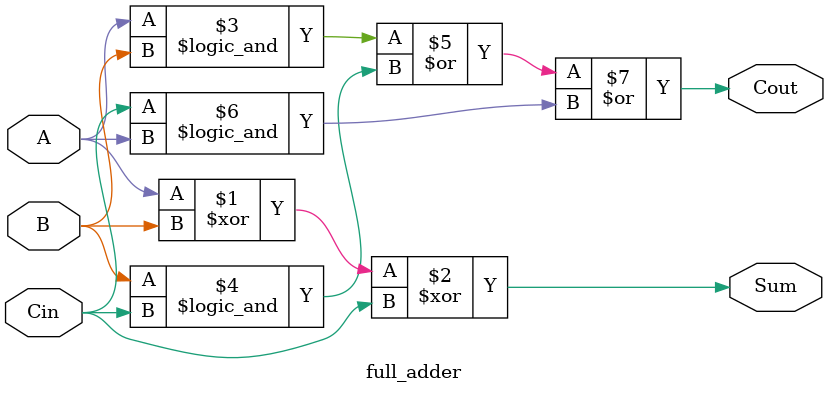
<source format=v>
module full_adder (A, B, Cin, Sum, Cout);
    output Sum, Cout;
    input A, B, Cin;

    assign Sum = A ^ B ^ Cin;
    assign Cout = (A && B) | (B && Cin) | (Cin && A);
endmodule
    
</source>
